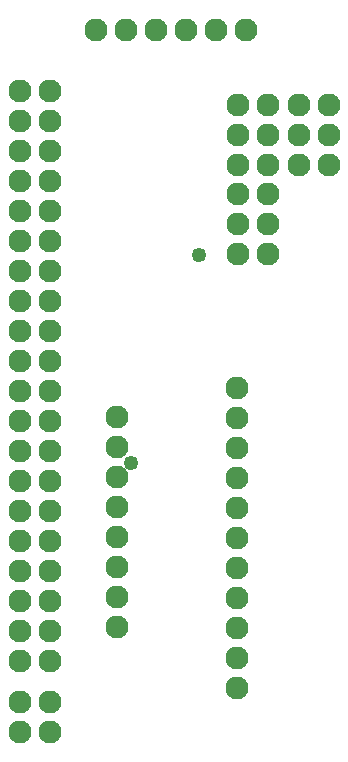
<source format=gts>
G04 MADE WITH FRITZING*
G04 WWW.FRITZING.ORG*
G04 DOUBLE SIDED*
G04 HOLES PLATED*
G04 CONTOUR ON CENTER OF CONTOUR VECTOR*
%ASAXBY*%
%FSLAX23Y23*%
%MOIN*%
%OFA0B0*%
%SFA1.0B1.0*%
%ADD10C,0.049370*%
%ADD11C,0.076929*%
%LNMASK1*%
G90*
G70*
G54D10*
X698Y1695D03*
G54D11*
X853Y2445D03*
X753Y2445D03*
X653Y2445D03*
X553Y2445D03*
X453Y2445D03*
X353Y2445D03*
X100Y2241D03*
X100Y2141D03*
X100Y2041D03*
X100Y1941D03*
X100Y1841D03*
X100Y1741D03*
X100Y1641D03*
X100Y1541D03*
X100Y1441D03*
X100Y1341D03*
X100Y1241D03*
X100Y1141D03*
X100Y1041D03*
X100Y941D03*
X100Y841D03*
X100Y741D03*
X100Y641D03*
X100Y541D03*
X100Y441D03*
X100Y341D03*
X100Y2241D03*
X100Y2141D03*
X100Y2041D03*
X100Y1941D03*
X100Y1841D03*
X100Y1741D03*
X100Y1641D03*
X100Y1541D03*
X100Y1441D03*
X100Y1341D03*
X100Y1241D03*
X100Y1141D03*
X100Y1041D03*
X100Y941D03*
X100Y841D03*
X100Y741D03*
X100Y641D03*
X100Y541D03*
X100Y441D03*
X100Y341D03*
X200Y341D03*
X200Y441D03*
X200Y541D03*
X200Y641D03*
X200Y741D03*
X200Y841D03*
X200Y941D03*
X200Y1041D03*
X200Y1141D03*
X200Y1241D03*
X200Y1341D03*
X200Y1441D03*
X200Y1541D03*
X200Y1641D03*
X200Y1741D03*
X200Y1841D03*
X200Y1941D03*
X200Y2041D03*
X200Y2141D03*
X200Y2241D03*
X423Y1153D03*
X423Y1053D03*
X423Y953D03*
X423Y853D03*
X423Y753D03*
X423Y653D03*
X423Y553D03*
X423Y453D03*
X824Y1251D03*
X824Y1151D03*
X824Y1051D03*
X824Y951D03*
X824Y851D03*
X824Y751D03*
X824Y651D03*
X824Y551D03*
X824Y451D03*
X824Y351D03*
X824Y251D03*
G54D10*
X470Y1002D03*
G54D11*
X100Y103D03*
X200Y103D03*
X100Y103D03*
X200Y103D03*
X200Y203D03*
X100Y203D03*
X928Y1696D03*
X928Y1796D03*
X928Y1896D03*
X928Y1696D03*
X928Y1796D03*
X928Y1896D03*
X828Y1896D03*
X828Y1796D03*
X828Y1696D03*
X1129Y1995D03*
X1129Y2095D03*
X1129Y2195D03*
X1129Y1995D03*
X1129Y2095D03*
X1129Y2195D03*
X1029Y2195D03*
X1029Y2095D03*
X1029Y1995D03*
X928Y1995D03*
X928Y2095D03*
X928Y2195D03*
X928Y1995D03*
X928Y2095D03*
X928Y2195D03*
X828Y2195D03*
X828Y2095D03*
X828Y1995D03*
G04 End of Mask1*
M02*
</source>
